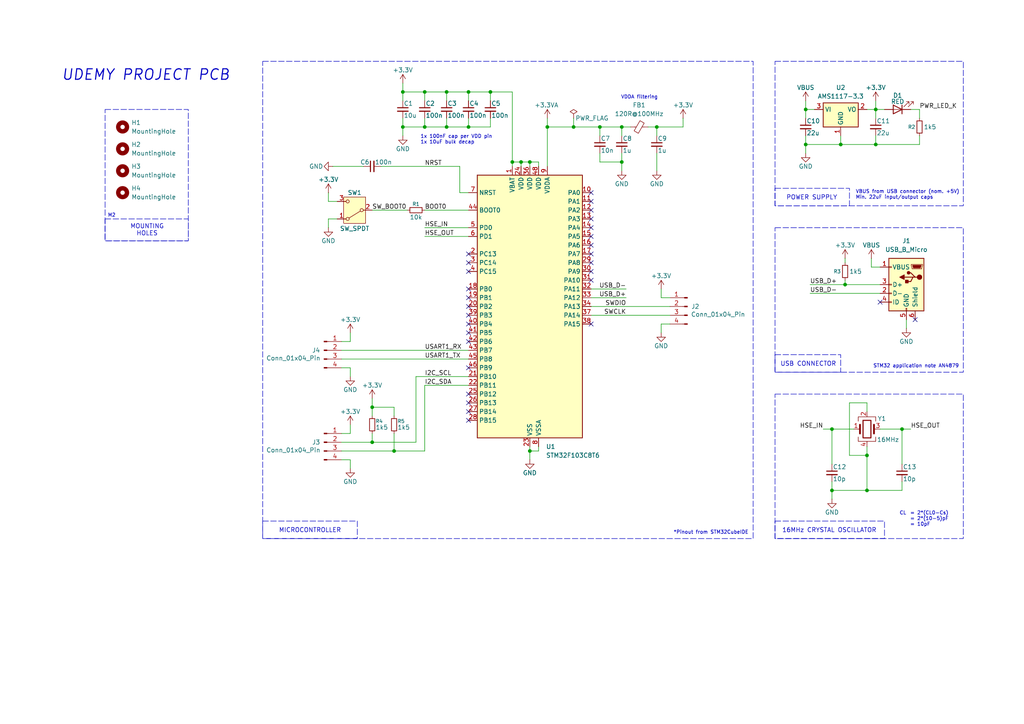
<source format=kicad_sch>
(kicad_sch (version 20250114) (generator "eeschema") (generator_version "9.0")
  (paper "A4")
  (title_block (title "UDEMY PROJECT PCB") (date "11/4/2025") (rev "0.1") (company "redjoj"))
  (lib_symbols
    (symbol "Connector:Conn_01x04_Pin" (pin_names (offset 1.016) (hide yes))
      (property "Reference" "J" (at 0 5.08 0))
      (property "Value" "Conn_01x04_Pin" (at 0 -7.62 0))
      (symbol "Conn_01x04_Pin_1_1"
        (rectangle (start 0.8636 2.667) (end 0 2.413) (stroke (width 0.1524)) (fill (type outline)))
        (rectangle (start 0.8636 0.127) (end 0 -0.127) (stroke (width 0.1524)) (fill (type outline)))
        (rectangle (start 0.8636 -2.413) (end 0 -2.667) (stroke (width 0.1524)) (fill (type outline)))
        (rectangle (start 0.8636 -4.953) (end 0 -5.207) (stroke (width 0.1524)) (fill (type outline)))
        (polyline (pts (xy 1.27 2.54) (xy 0.8636 2.54)) (stroke (width 0.1524)))
        (polyline (pts (xy 1.27 0) (xy 0.8636 0)) (stroke (width 0.1524)))
        (polyline (pts (xy 1.27 -2.54) (xy 0.8636 -2.54)) (stroke (width 0.1524)))
        (polyline (pts (xy 1.27 -5.08) (xy 0.8636 -5.08)) (stroke (width 0.1524)))
        (pin passive line (at 5.08 2.54 180) (length 3.81) (name "Pin_1") (number "1"))
        (pin passive line (at 5.08 0 180) (length 3.81) (name "Pin_2") (number "2"))
        (pin passive line (at 5.08 -2.54 180) (length 3.81) (name "Pin_3") (number "3"))
        (pin passive line (at 5.08 -5.08 180) (length 3.81) (name "Pin_4") (number "4"))
      )
    )
    (symbol "Connector:USB_B_Micro" (pin_names (offset 1.016))
      (property "Reference" "J" (at -5.08 11.43 0))
      (property "Value" "USB_B_Micro" (at -5.08 8.89 0))
      (symbol "USB_B_Micro_0_1"
        (rectangle (start -5.08 -7.62) (end 5.08 7.62) (stroke (width 0.254)) (fill (type background)))
        (polyline (pts (xy -4.699 5.842) (xy -4.699 5.588) (xy -4.445 4.826) (xy -4.445 4.572) (xy -1.651 4.572) (xy -1.651 4.826) (xy -1.397 5.588) (xy -1.397 5.842) (xy -4.699 5.842)))
        (polyline (pts (xy -4.318 5.588) (xy -1.778 5.588) (xy -2.032 4.826) (xy -4.064 4.826) (xy -4.318 5.588)) (fill (type outline)))
        (circle (center -3.81 2.159) (radius 0.635) (stroke (width 0.254)) (fill (type outline)))
        (polyline (pts (xy -3.175 2.159) (xy -2.54 2.159) (xy -1.27 3.429) (xy -0.635 3.429)) (stroke (width 0.254)))
        (polyline (pts (xy -2.54 2.159) (xy -1.905 2.159) (xy -1.27 0.889) (xy 0 0.889)) (stroke (width 0.254)))
        (polyline (pts (xy -1.905 2.159) (xy 0.635 2.159)) (stroke (width 0.254)))
        (circle (center -0.635 3.429) (radius 0.381) (stroke (width 0.254)) (fill (type outline)))
        (rectangle (start -0.127 -7.62) (end 0.127 -6.858))
        (rectangle (start 0.254 1.27) (end -0.508 0.508) (stroke (width 0.254)) (fill (type outline)))
        (polyline (pts (xy 0.635 2.794) (xy 0.635 1.524) (xy 1.905 2.159) (xy 0.635 2.794)) (stroke (width 0.254)) (fill (type outline)))
        (rectangle (start 5.08 4.953) (end 4.318 5.207))
        (rectangle (start 5.08 -0.127) (end 4.318 0.127))
        (rectangle (start 5.08 -2.667) (end 4.318 -2.413))
        (rectangle (start 5.08 -5.207) (end 4.318 -4.953))
      )
      (symbol "USB_B_Micro_1_1"
        (pin passive line (at -2.54 -10.16 90) (length 2.54) (name "Shield") (number "6"))
        (pin power_out line (at 0 -10.16 90) (length 2.54) (name "GND") (number "5"))
        (pin power_out line (at 7.62 5.08 180) (length 2.54) (name "VBUS") (number "1"))
        (pin bidirectional line (at 7.62 0 180) (length 2.54) (name "D+") (number "3"))
        (pin bidirectional line (at 7.62 -2.54 180) (length 2.54) (name "D-") (number "2"))
        (pin passive line (at 7.62 -5.08 180) (length 2.54) (name "ID") (number "4"))
      )
    )
    (symbol "Device:C_Small" (pin_numbers (hide yes)) (pin_names (offset 0.254) (hide yes))
      (property "Reference" "C" (at 0.254 1.778 0))
      (property "Value" "C_Small" (at 0.254 -2.032 0))
      (symbol "C_Small_0_1"
        (polyline (pts (xy -1.524 0.508) (xy 1.524 0.508)) (stroke (width 0.3048)))
        (polyline (pts (xy -1.524 -0.508) (xy 1.524 -0.508)) (stroke (width 0.3302)))
      )
      (symbol "C_Small_1_1"
        (pin passive line (at 0 2.54 270) (length 2.032) (name "~") (number "1"))
        (pin passive line (at 0 -2.54 90) (length 2.032) (name "~") (number "2"))
      )
    )
    (symbol "Device:Crystal_GND24" (pin_names (offset 1.016) (hide yes))
      (property "Reference" "Y" (at 3.175 5.08 0))
      (property "Value" "Crystal_GND24" (at 3.175 3.175 0))
      (symbol "Crystal_GND24_0_1"
        (polyline (pts (xy -2.54 2.286) (xy -2.54 3.556) (xy 2.54 3.556) (xy 2.54 2.286)))
        (polyline (pts (xy -2.54 0) (xy -2.032 0)))
        (polyline (pts (xy -2.54 -2.286) (xy -2.54 -3.556) (xy 2.54 -3.556) (xy 2.54 -2.286)))
        (polyline (pts (xy -2.032 -1.27) (xy -2.032 1.27)) (stroke (width 0.508)))
        (rectangle (start -1.143 2.54) (end 1.143 -2.54) (stroke (width 0.3048)))
        (polyline (pts (xy 0 3.556) (xy 0 3.81)))
        (polyline (pts (xy 0 -3.81) (xy 0 -3.556)))
        (polyline (pts (xy 2.032 0) (xy 2.54 0)))
        (polyline (pts (xy 2.032 -1.27) (xy 2.032 1.27)) (stroke (width 0.508)))
      )
      (symbol "Crystal_GND24_1_1"
        (pin passive line (at -3.81 0 0) (length 1.27) (name "1") (number "1"))
        (pin passive line (at 0 5.08 270) (length 1.27) (name "2") (number "2"))
        (pin passive line (at 0 -5.08 90) (length 1.27) (name "4") (number "4"))
        (pin passive line (at 3.81 0 180) (length 1.27) (name "3") (number "3"))
      )
    )
    (symbol "Device:FerriteBead_Small" (pin_numbers (hide yes)) (pin_names (offset 0))
      (property "Reference" "FB" (at 1.905 1.27 0))
      (property "Value" "FerriteBead_Small" (at 1.905 -1.27 0))
      (symbol "FerriteBead_Small_0_1"
        (polyline (pts (xy -1.8288 0.2794) (xy -1.1176 1.4986) (xy 1.8288 -0.2032) (xy 1.1176 -1.4224) (xy -1.8288 0.2794)))
        (polyline (pts (xy 0 0.889) (xy 0 1.2954)))
        (polyline (pts (xy 0 -1.27) (xy 0 -0.7874)))
      )
      (symbol "FerriteBead_Small_1_1"
        (pin passive line (at 0 2.54 270) (length 1.27) (name "~") (number "1"))
        (pin passive line (at 0 -2.54 90) (length 1.27) (name "~") (number "2"))
      )
    )
    (symbol "Device:LED" (pin_numbers (hide yes)) (pin_names (offset 1.016) (hide yes))
      (property "Reference" "D" (at 0 2.54 0))
      (property "Value" "LED" (at 0 -2.54 0))
      (symbol "LED_0_1"
        (polyline (pts (xy -3.048 -0.762) (xy -4.572 -2.286) (xy -3.81 -2.286) (xy -4.572 -2.286) (xy -4.572 -1.524)))
        (polyline (pts (xy -1.778 -0.762) (xy -3.302 -2.286) (xy -2.54 -2.286) (xy -3.302 -2.286) (xy -3.302 -1.524)))
        (polyline (pts (xy -1.27 0) (xy 1.27 0)))
        (polyline (pts (xy -1.27 -1.27) (xy -1.27 1.27)) (stroke (width 0.254)))
        (polyline (pts (xy 1.27 -1.27) (xy 1.27 1.27) (xy -1.27 0) (xy 1.27 -1.27)) (stroke (width 0.254)))
      )
      (symbol "LED_1_1"
        (pin passive line (at -3.81 0 0) (length 2.54) (name "K") (number "1"))
        (pin passive line (at 3.81 0 180) (length 2.54) (name "A") (number "2"))
      )
    )
    (symbol "Device:R_Small" (pin_numbers (hide yes)) (pin_names (offset 0.254) (hide yes))
      (property "Reference" "R" (at 0 0 90))
      (property "Value" "R_Small" (at 1.778 0 90))
      (symbol "R_Small_0_1"
        (rectangle (start -0.762 1.778) (end 0.762 -1.778) (stroke (width 0.2032)))
      )
      (symbol "R_Small_1_1"
        (pin passive line (at 0 2.54 270) (length 0.762) (name "~") (number "1"))
        (pin passive line (at 0 -2.54 90) (length 0.762) (name "~") (number "2"))
      )
    )
    (symbol "MCU_ST_STM32F1:STM32F103C8Tx"
      (property "Reference" "U" (at -15.24 39.37 0))
      (property "Value" "STM32F103C8Tx" (at 7.62 39.37 0))
      (symbol "STM32F103C8Tx_0_1"
        (rectangle (start -15.24 -38.1) (end 15.24 38.1) (stroke (width 0.254)) (fill (type background)))
      )
      (symbol "STM32F103C8Tx_1_1"
        (pin input line (at -17.78 33.02 0) (length 2.54) (name "NRST") (number "7"))
        (pin input line (at -17.78 27.94 0) (length 2.54) (name "BOOT0") (number "44"))
        (pin bidirectional line (at -17.78 22.86 0) (length 2.54) (name "PD0") (number "5"))
        (pin bidirectional line (at -17.78 20.32 0) (length 2.54) (name "PD1") (number "6"))
        (pin bidirectional line (at -17.78 15.24 0) (length 2.54) (name "PC13") (number "2"))
        (pin bidirectional line (at -17.78 12.7 0) (length 2.54) (name "PC14") (number "3"))
        (pin bidirectional line (at -17.78 10.16 0) (length 2.54) (name "PC15") (number "4"))
        (pin bidirectional line (at -17.78 5.08 0) (length 2.54) (name "PB0") (number "18"))
        (pin bidirectional line (at -17.78 2.54 0) (length 2.54) (name "PB1") (number "19"))
        (pin bidirectional line (at -17.78 0 0) (length 2.54) (name "PB2") (number "20"))
        (pin bidirectional line (at -17.78 -2.54 0) (length 2.54) (name "PB3") (number "39"))
        (pin bidirectional line (at -17.78 -5.08 0) (length 2.54) (name "PB4") (number "40"))
        (pin bidirectional line (at -17.78 -7.62 0) (length 2.54) (name "PB5") (number "41"))
        (pin bidirectional line (at -17.78 -10.16 0) (length 2.54) (name "PB6") (number "42"))
        (pin bidirectional line (at -17.78 -12.7 0) (length 2.54) (name "PB7") (number "43"))
        (pin bidirectional line (at -17.78 -15.24 0) (length 2.54) (name "PB8") (number "45"))
        (pin bidirectional line (at -17.78 -17.78 0) (length 2.54) (name "PB9") (number "46"))
        (pin bidirectional line (at -17.78 -20.32 0) (length 2.54) (name "PB10") (number "21"))
        (pin bidirectional line (at -17.78 -22.86 0) (length 2.54) (name "PB11") (number "22"))
        (pin bidirectional line (at -17.78 -25.4 0) (length 2.54) (name "PB12") (number "25"))
        (pin bidirectional line (at -17.78 -27.94 0) (length 2.54) (name "PB13") (number "26"))
        (pin bidirectional line (at -17.78 -30.48 0) (length 2.54) (name "PB14") (number "27"))
        (pin bidirectional line (at -17.78 -33.02 0) (length 2.54) (name "PB15") (number "28"))
        (pin power_in line (at -5.08 40.64 270) (length 2.54) (name "VBAT") (number "1"))
        (pin power_in line (at -2.54 40.64 270) (length 2.54) (name "VDD") (number "24"))
        (pin power_in line (at 0 40.64 270) (length 2.54) (name "VDD") (number "36"))
        (pin power_in line (at 0 -40.64 90) (length 2.54) (name "VSS") (number "23"))
        (pin passive line (at 0 -40.64 90) (length 2.54) (hide yes) (name "VSS") (number "35"))
        (pin passive line (at 0 -40.64 90) (length 2.54) (hide yes) (name "VSS") (number "47"))
        (pin power_in line (at 2.54 40.64 270) (length 2.54) (name "VDD") (number "48"))
        (pin power_in line (at 2.54 -40.64 90) (length 2.54) (name "VSSA") (number "8"))
        (pin power_in line (at 5.08 40.64 270) (length 2.54) (name "VDDA") (number "9"))
        (pin bidirectional line (at 17.78 33.02 180) (length 2.54) (name "PA0") (number "10"))
        (pin bidirectional line (at 17.78 30.48 180) (length 2.54) (name "PA1") (number "11"))
        (pin bidirectional line (at 17.78 27.94 180) (length 2.54) (name "PA2") (number "12"))
        (pin bidirectional line (at 17.78 25.4 180) (length 2.54) (name "PA3") (number "13"))
        (pin bidirectional line (at 17.78 22.86 180) (length 2.54) (name "PA4") (number "14"))
        (pin bidirectional line (at 17.78 20.32 180) (length 2.54) (name "PA5") (number "15"))
        (pin bidirectional line (at 17.78 17.78 180) (length 2.54) (name "PA6") (number "16"))
        (pin bidirectional line (at 17.78 15.24 180) (length 2.54) (name "PA7") (number "17"))
        (pin bidirectional line (at 17.78 12.7 180) (length 2.54) (name "PA8") (number "29"))
        (pin bidirectional line (at 17.78 10.16 180) (length 2.54) (name "PA9") (number "30"))
        (pin bidirectional line (at 17.78 7.62 180) (length 2.54) (name "PA10") (number "31"))
        (pin bidirectional line (at 17.78 5.08 180) (length 2.54) (name "PA11") (number "32"))
        (pin bidirectional line (at 17.78 2.54 180) (length 2.54) (name "PA12") (number "33"))
        (pin bidirectional line (at 17.78 0 180) (length 2.54) (name "PA13") (number "34"))
        (pin bidirectional line (at 17.78 -2.54 180) (length 2.54) (name "PA14") (number "37"))
        (pin bidirectional line (at 17.78 -5.08 180) (length 2.54) (name "PA15") (number "38"))
      )
    )
    (symbol "Mechanical:MountingHole" (pin_names (offset 1.016)) (in_bom no)
      (property "Reference" "H" (at 0 5.08 0))
      (property "Value" "MountingHole" (at 0 3.175 0))
      (symbol "MountingHole_0_1"
        (circle (center 0 0) (radius 1.27) (stroke (width 1.27)))
      )
    )
    (symbol "Regulator_Linear:AMS1117-3.3"
      (property "Reference" "U" (at -3.81 3.175 0))
      (property "Value" "AMS1117-3.3" (at 0 3.175 0))
      (symbol "AMS1117-3.3_0_1"
        (rectangle (start -5.08 -5.08) (end 5.08 1.905) (stroke (width 0.254)) (fill (type background)))
      )
      (symbol "AMS1117-3.3_1_1"
        (pin power_in line (at -7.62 0 0) (length 2.54) (name "VI") (number "3"))
        (pin power_in line (at 0 -7.62 90) (length 2.54) (name "GND") (number "1"))
        (pin power_out line (at 7.62 0 180) (length 2.54) (name "VO") (number "2"))
      )
    )
    (symbol "Switch:SW_SPDT" (pin_names (offset 0) (hide yes))
      (property "Reference" "SW" (at 0 5.08 0))
      (property "Value" "SW_SPDT" (at 0 -5.08 0))
      (symbol "SW_SPDT_0_1"
        (circle (center -2.032 0) (radius 0.4572))
        (polyline (pts (xy -1.651 0.254) (xy 1.651 2.286)))
        (circle (center 2.032 2.54) (radius 0.4572))
        (circle (center 2.032 -2.54) (radius 0.4572))
      )
      (symbol "SW_SPDT_1_1"
        (rectangle (start -3.175 3.81) (end 3.175 -3.81) (fill (type background)))
        (pin passive line (at -5.08 0 0) (length 2.54) (name "B") (number "2"))
        (pin passive line (at 5.08 2.54 180) (length 2.54) (name "A") (number "1"))
        (pin passive line (at 5.08 -2.54 180) (length 2.54) (name "C") (number "3"))
      )
    )
    (symbol "power:+3.3V" (power) (pin_numbers (hide yes)) (pin_names (offset 0) (hide yes))
      (property "Value" "+3.3V" (at 0 3.556 0))
      (symbol "+3.3V_0_1"
        (polyline (pts (xy -0.762 1.27) (xy 0 2.54)))
        (polyline (pts (xy 0 2.54) (xy 0.762 1.27)))
        (polyline (pts (xy 0 0) (xy 0 2.54)))
      )
      (symbol "+3.3V_1_1"
        (pin power_in line (at 0 0 90) (length 0) (name "~") (number "1"))
      )
    )
    (symbol "power:+3.3VA" (power) (pin_numbers (hide yes)) (pin_names (offset 0) (hide yes))
      (property "Value" "+3.3VA" (at 0 3.556 0))
      (symbol "+3.3VA_0_1"
        (polyline (pts (xy -0.762 1.27) (xy 0 2.54)))
        (polyline (pts (xy 0 2.54) (xy 0.762 1.27)))
        (polyline (pts (xy 0 0) (xy 0 2.54)))
      )
      (symbol "+3.3VA_1_1"
        (pin power_in line (at 0 0 90) (length 0) (name "~") (number "1"))
      )
    )
    (symbol "power:GND" (power) (pin_numbers (hide yes)) (pin_names (offset 0) (hide yes))
      (property "Value" "GND" (at 0 -3.81 0))
      (symbol "GND_0_1"
        (polyline (pts (xy 0 0) (xy 0 -1.27) (xy 1.27 -1.27) (xy 0 -2.54) (xy -1.27 -1.27) (xy 0 -1.27)))
      )
      (symbol "GND_1_1"
        (pin power_in line (at 0 0 270) (length 0) (name "~") (number "1"))
      )
    )
    (symbol "power:PWR_FLAG" (power) (pin_numbers (hide yes)) (pin_names (offset 0) (hide yes))
      (property "Value" "PWR_FLAG" (at 0 3.81 0))
      (symbol "PWR_FLAG_0_0"
        (pin power_out line (at 0 0 90) (length 0) (name "~") (number "1"))
      )
      (symbol "PWR_FLAG_0_1"
        (polyline (pts (xy 0 0) (xy 0 1.27) (xy -1.016 1.905) (xy 0 2.54) (xy 1.016 1.905) (xy 0 1.27)))
      )
    )
    (symbol "power:VBUS" (power) (pin_numbers (hide yes)) (pin_names (offset 0) (hide yes))
      (property "Value" "VBUS" (at 0 3.556 0))
      (symbol "VBUS_0_1"
        (polyline (pts (xy -0.762 1.27) (xy 0 2.54)))
        (polyline (pts (xy 0 2.54) (xy 0.762 1.27)))
        (polyline (pts (xy 0 0) (xy 0 2.54)))
      )
      (symbol "VBUS_1_1"
        (pin power_in line (at 0 0 90) (length 0) (name "~") (number "1"))
      )
    )
  )
  (rectangle (start 224.79 17.78) (end 279.4 59.69) (stroke (width 0) (type dash)))
  (rectangle (start 76.2 17.78) (end 218.44 156.21) (stroke (width 0) (type dash)))
  (rectangle (start 224.79 54.61) (end 246.38 59.69) (stroke (width 0) (type dash)))
  (rectangle (start 224.79 102.87) (end 243.84 107.95) (stroke (width 0) (type dash)))
  (rectangle (start 76.2 151.13) (end 103.632 156.21) (stroke (width 0) (type dash)))
  (rectangle (start 224.79 151.13) (end 256.54 156.21) (stroke (width 0) (type dash)))
  (rectangle (start 224.79 66.04) (end 279.4 107.95) (stroke (width 0) (type dash)))
  (rectangle (start 224.79 114.3) (end 279.4 156.21) (stroke (width 0) (type dash)))
  (rectangle (start 30.48 63.5) (end 54.61 69.85) (stroke (width 0) (type dash)))
  (rectangle (start 30.48 31.75) (end 54.61 69.85) (stroke (width 0) (type dash)))
  (text "UDEMY PROJECT PCB" (at 17.78 20.066 0) (effects (font (size 3.048 3.048) (thickness 0.3175) (italic yes)) (justify left top)))
  (text "VBUS from USB connector (nom. +5V)\nMin. 22uF input/output caps" (at 248.158 55.118 0) (effects (font (size 1.016 1.016)) (justify left top)))
  (text "1x 100nF cap per VDD pin\n1x 10uF bulk decap" (at 121.92 39.116 0) (effects (font (size 1.016 1.016)) (justify left top)))
  (text "USB CONNECTOR" (at 234.442 105.664 0) (effects (font (size 1.27 1.27))))
  (text "MICROCONTROLLER" (at 89.916 153.924 0) (effects (font (size 1.27 1.27))))
  (text "VDDA filtering\n" (at 180.086 27.686 0) (effects (font (size 1.016 1.016)) (justify left top)))
  (text "M2" (at 31.242 61.976 0) (effects (font (size 1.016 1.016)) (justify left top)))
  (text "*Pinout from STM32CubeIDE" (at 195.326 153.924 0) (effects (font (size 1.016 1.016)) (justify left top)))
  (text " CL	= 2*(CL0-Cs)\n	= 2*(10-5)pF\n	= 10pF" (at 260.096 148.336 0) (effects (font (size 1.016 1.016)) (justify left top)))
  (text "MOUNTING\nHOLES" (at 42.672 66.802 0) (effects (font (size 1.27 1.27))))
  (text "POWER SUPPLY\n" (at 235.458 57.404 0) (effects (font (size 1.27 1.27))))
  (text "16MHz CRYSTAL OSCILLATOR" (at 240.538 153.924 0) (effects (font (size 1.27 1.27))))
  (text "STM32 application note AN4879" (at 253.238 105.664 0) (effects (font (size 1.016 1.016)) (justify left top)))
  (junction (at 107.95 118.11))
  (junction (at 129.54 26.67))
  (junction (at 180.34 46.99))
  (junction (at 153.67 130.81))
  (junction (at 116.84 26.67))
  (junction (at 135.89 36.83))
  (junction (at 107.95 128.27))
  (junction (at 142.24 26.67))
  (junction (at 190.5 36.83))
  (junction (at 241.3 142.24))
  (junction (at 180.34 36.83))
  (junction (at 116.84 36.83))
  (junction (at 173.99 36.83))
  (junction (at 243.84 41.91))
  (junction (at 114.3 130.81))
  (junction (at 158.75 36.83))
  (junction (at 251.46 142.24))
  (junction (at 233.68 41.91))
  (junction (at 245.11 82.55))
  (junction (at 135.89 26.67))
  (junction (at 233.68 31.75))
  (junction (at 254 41.91))
  (junction (at 151.13 46.99))
  (junction (at 129.54 36.83))
  (junction (at 251.46 132.08))
  (junction (at 123.19 26.67))
  (junction (at 148.59 46.99))
  (junction (at 254 31.75))
  (junction (at 166.37 36.83))
  (junction (at 241.3 124.46))
  (junction (at 153.67 46.99))
  (junction (at 261.62 124.46))
  (junction (at 123.19 36.83))
  (no_connect (at 171.45 55.88))
  (no_connect (at 135.89 121.92))
  (no_connect (at 135.89 99.06))
  (no_connect (at 135.89 73.66))
  (no_connect (at 135.89 93.98))
  (no_connect (at 265.43 92.71))
  (no_connect (at 135.89 106.68))
  (no_connect (at 135.89 96.52))
  (no_connect (at 171.45 68.58))
  (no_connect (at 135.89 114.3))
  (no_connect (at 171.45 76.2))
  (no_connect (at 255.27 87.63))
  (no_connect (at 171.45 60.96))
  (no_connect (at 171.45 78.74))
  (no_connect (at 171.45 73.66))
  (no_connect (at 135.89 78.74))
  (no_connect (at 135.89 91.44))
  (no_connect (at 171.45 63.5))
  (no_connect (at 171.45 71.12))
  (no_connect (at 135.89 83.82))
  (no_connect (at 135.89 116.84))
  (no_connect (at 135.89 119.38))
  (no_connect (at 135.89 88.9))
  (no_connect (at 135.89 86.36))
  (no_connect (at 171.45 93.98))
  (no_connect (at 171.45 66.04))
  (no_connect (at 171.45 58.42))
  (no_connect (at 171.45 81.28))
  (no_connect (at 135.89 76.2))
  (wire (pts (xy 107.95 60.96) (xy 118.11 60.96)))
  (wire (pts (xy 245.11 74.93) (xy 245.11 76.2)))
  (wire (pts (xy 135.89 36.83) (xy 142.24 36.83)))
  (wire (pts (xy 153.67 130.81) (xy 156.21 130.81)))
  (wire (pts (xy 123.19 111.76) (xy 135.89 111.76)))
  (wire (pts (xy 95.25 66.04) (xy 95.25 63.5)))
  (wire (pts (xy 252.73 77.47) (xy 255.27 77.47)))
  (wire (pts (xy 123.19 26.67) (xy 129.54 26.67)))
  (wire (pts (xy 243.84 41.91) (xy 254 41.91)))
  (wire (pts (xy 116.84 29.21) (xy 116.84 26.67)))
  (wire (pts (xy 153.67 46.99) (xy 156.21 46.99)))
  (wire (pts (xy 156.21 46.99) (xy 156.21 48.26)))
  (wire (pts (xy 198.12 36.83) (xy 198.12 34.29)))
  (wire (pts (xy 123.19 111.76) (xy 123.19 130.81)))
  (wire (pts (xy 251.46 142.24) (xy 261.62 142.24)))
  (wire (pts (xy 252.73 74.93) (xy 252.73 77.47)))
  (wire (pts (xy 233.68 41.91) (xy 233.68 44.45)))
  (wire (pts (xy 151.13 46.99) (xy 153.67 46.99)))
  (wire (pts (xy 123.19 68.58) (xy 135.89 68.58)))
  (wire (pts (xy 233.68 41.91) (xy 243.84 41.91)))
  (wire (pts (xy 251.46 31.75) (xy 254 31.75)))
  (wire (pts (xy 101.6 125.73) (xy 99.06 125.73)))
  (wire (pts (xy 101.6 135.89) (xy 101.6 133.35)))
  (wire (pts (xy 254 41.91) (xy 254 39.37)))
  (wire (pts (xy 116.84 36.83) (xy 123.19 36.83)))
  (wire (pts (xy 120.65 128.27) (xy 107.95 128.27)))
  (wire (pts (xy 101.6 96.52) (xy 101.6 99.06)))
  (wire (pts (xy 148.59 46.99) (xy 151.13 46.99)))
  (wire (pts (xy 135.89 34.29) (xy 135.89 36.83)))
  (wire (pts (xy 135.89 26.67) (xy 129.54 26.67)))
  (wire (pts (xy 166.37 36.83) (xy 173.99 36.83)))
  (wire (pts (xy 266.7 41.91) (xy 266.7 39.37)))
  (wire (pts (xy 148.59 46.99) (xy 148.59 48.26)))
  (wire (pts (xy 233.68 31.75) (xy 233.68 34.29)))
  (wire (pts (xy 101.6 133.35) (xy 99.06 133.35)))
  (wire (pts (xy 261.62 124.46) (xy 261.62 134.62)))
  (wire (pts (xy 180.34 46.99) (xy 180.34 49.53)))
  (wire (pts (xy 148.59 26.67) (xy 148.59 46.99)))
  (wire (pts (xy 233.68 29.21) (xy 233.68 31.75)))
  (wire (pts (xy 95.25 58.42) (xy 97.79 58.42)))
  (wire (pts (xy 116.84 34.29) (xy 116.84 36.83)))
  (wire (pts (xy 110.49 48.26) (xy 133.35 48.26)))
  (wire (pts (xy 190.5 36.83) (xy 190.5 39.37)))
  (wire (pts (xy 261.62 124.46) (xy 264.16 124.46)))
  (wire (pts (xy 173.99 46.99) (xy 180.34 46.99)))
  (wire (pts (xy 254 31.75) (xy 254 34.29)))
  (wire (pts (xy 245.11 82.55) (xy 255.27 82.55)))
  (wire (pts (xy 107.95 115.57) (xy 107.95 118.11)))
  (wire (pts (xy 153.67 46.99) (xy 153.67 48.26)))
  (wire (pts (xy 246.38 132.08) (xy 251.46 132.08)))
  (wire (pts (xy 114.3 130.81) (xy 99.06 130.81)))
  (wire (pts (xy 251.46 119.38) (xy 251.46 116.84)))
  (wire (pts (xy 171.45 86.36) (xy 181.61 86.36)))
  (wire (pts (xy 261.62 139.7) (xy 261.62 142.24)))
  (wire (pts (xy 120.65 109.22) (xy 135.89 109.22)))
  (wire (pts (xy 191.77 93.98) (xy 194.31 93.98)))
  (wire (pts (xy 135.89 26.67) (xy 142.24 26.67)))
  (wire (pts (xy 129.54 26.67) (xy 129.54 29.21)))
  (wire (pts (xy 153.67 130.81) (xy 153.67 133.35)))
  (wire (pts (xy 171.45 91.44) (xy 194.31 91.44)))
  (wire (pts (xy 241.3 124.46) (xy 241.3 134.62)))
  (wire (pts (xy 116.84 24.13) (xy 116.84 26.67)))
  (wire (pts (xy 107.95 118.11) (xy 114.3 118.11)))
  (wire (pts (xy 101.6 123.19) (xy 101.6 125.73)))
  (wire (pts (xy 190.5 36.83) (xy 198.12 36.83)))
  (wire (pts (xy 251.46 132.08) (xy 251.46 129.54)))
  (wire (pts (xy 173.99 36.83) (xy 180.34 36.83)))
  (wire (pts (xy 95.25 55.88) (xy 95.25 58.42)))
  (wire (pts (xy 107.95 118.11) (xy 107.95 120.65)))
  (wire (pts (xy 123.19 36.83) (xy 129.54 36.83)))
  (wire (pts (xy 101.6 99.06) (xy 99.06 99.06)))
  (wire (pts (xy 96.52 48.26) (xy 105.41 48.26)))
  (wire (pts (xy 142.24 26.67) (xy 142.24 29.21)))
  (wire (pts (xy 171.45 83.82) (xy 181.61 83.82)))
  (wire (pts (xy 241.3 142.24) (xy 251.46 142.24)))
  (wire (pts (xy 114.3 125.73) (xy 114.3 130.81)))
  (wire (pts (xy 133.35 55.88) (xy 135.89 55.88)))
  (wire (pts (xy 158.75 36.83) (xy 158.75 48.26)))
  (wire (pts (xy 241.3 124.46) (xy 247.65 124.46)))
  (wire (pts (xy 254 41.91) (xy 266.7 41.91)))
  (wire (pts (xy 107.95 128.27) (xy 99.06 128.27)))
  (wire (pts (xy 191.77 86.36) (xy 194.31 86.36)))
  (wire (pts (xy 246.38 116.84) (xy 246.38 132.08)))
  (wire (pts (xy 95.25 63.5) (xy 97.79 63.5)))
  (wire (pts (xy 123.19 34.29) (xy 123.19 36.83)))
  (wire (pts (xy 116.84 36.83) (xy 116.84 39.37)))
  (wire (pts (xy 151.13 46.99) (xy 151.13 48.26)))
  (wire (pts (xy 233.68 39.37) (xy 233.68 41.91)))
  (wire (pts (xy 254 29.21) (xy 254 31.75)))
  (wire (pts (xy 123.19 26.67) (xy 116.84 26.67)))
  (wire (pts (xy 254 31.75) (xy 256.54 31.75)))
  (wire (pts (xy 236.22 31.75) (xy 233.68 31.75)))
  (wire (pts (xy 245.11 81.28) (xy 245.11 82.55)))
  (wire (pts (xy 191.77 96.52) (xy 191.77 93.98)))
  (wire (pts (xy 191.77 83.82) (xy 191.77 86.36)))
  (wire (pts (xy 101.6 109.22) (xy 101.6 106.68)))
  (wire (pts (xy 107.95 125.73) (xy 107.95 128.27)))
  (wire (pts (xy 158.75 34.29) (xy 158.75 36.83)))
  (wire (pts (xy 264.16 31.75) (xy 266.7 31.75)))
  (wire (pts (xy 153.67 129.54) (xy 153.67 130.81)))
  (wire (pts (xy 255.27 124.46) (xy 261.62 124.46)))
  (wire (pts (xy 241.3 139.7) (xy 241.3 142.24)))
  (wire (pts (xy 251.46 132.08) (xy 251.46 142.24)))
  (wire (pts (xy 99.06 101.6) (xy 135.89 101.6)))
  (wire (pts (xy 114.3 118.11) (xy 114.3 120.65)))
  (wire (pts (xy 142.24 36.83) (xy 142.24 34.29)))
  (wire (pts (xy 180.34 36.83) (xy 180.34 39.37)))
  (wire (pts (xy 101.6 106.68) (xy 99.06 106.68)))
  (wire (pts (xy 173.99 36.83) (xy 173.99 39.37)))
  (wire (pts (xy 135.89 26.67) (xy 135.89 29.21)))
  (wire (pts (xy 234.95 82.55) (xy 245.11 82.55)))
  (wire (pts (xy 234.95 85.09) (xy 255.27 85.09)))
  (wire (pts (xy 123.19 66.04) (xy 135.89 66.04)))
  (wire (pts (xy 180.34 36.83) (xy 182.88 36.83)))
  (wire (pts (xy 129.54 34.29) (xy 129.54 36.83)))
  (wire (pts (xy 241.3 142.24) (xy 241.3 144.78)))
  (wire (pts (xy 133.35 48.26) (xy 133.35 55.88)))
  (wire (pts (xy 251.46 116.84) (xy 246.38 116.84)))
  (wire (pts (xy 173.99 44.45) (xy 173.99 46.99)))
  (wire (pts (xy 120.65 109.22) (xy 120.65 128.27)))
  (wire (pts (xy 158.75 36.83) (xy 166.37 36.83)))
  (wire (pts (xy 166.37 34.29) (xy 166.37 36.83)))
  (wire (pts (xy 171.45 88.9) (xy 194.31 88.9)))
  (wire (pts (xy 123.19 130.81) (xy 114.3 130.81)))
  (wire (pts (xy 262.89 92.71) (xy 262.89 95.25)))
  (wire (pts (xy 266.7 31.75) (xy 266.7 34.29)))
  (wire (pts (xy 129.54 36.83) (xy 135.89 36.83)))
  (wire (pts (xy 238.76 124.46) (xy 241.3 124.46)))
  (wire (pts (xy 142.24 26.67) (xy 148.59 26.67)))
  (wire (pts (xy 123.19 26.67) (xy 123.19 29.21)))
  (wire (pts (xy 99.06 104.14) (xy 135.89 104.14)))
  (wire (pts (xy 180.34 46.99) (xy 180.34 44.45)))
  (wire (pts (xy 243.84 39.37) (xy 243.84 41.91)))
  (wire (pts (xy 123.19 60.96) (xy 135.89 60.96)))
  (wire (pts (xy 187.96 36.83) (xy 190.5 36.83)))
  (wire (pts (xy 190.5 44.45) (xy 190.5 49.53)))
  (wire (pts (xy 156.21 129.54) (xy 156.21 130.81)))
  (label "HSE_OUT" (at 264.16 124.46 0))
  (label "NRST" (at 123.19 48.26 0))
  (label "I2C_SCL" (at 123.19 109.22 0))
  (label "USB_D-" (at 181.61 83.82 180))
  (label "HSE_IN" (at 123.19 66.04 0))
  (label "USB_D+" (at 234.95 82.55 0))
  (label "USART1_TX" (at 123.19 104.14 0))
  (label "SW_BOOT0" (at 107.95 60.96 0))
  (label "USB_D+" (at 181.61 86.36 180))
  (label "USART1_RX" (at 123.19 101.6 0))
  (label "PWR_LED_K" (at 266.7 31.75 0))
  (label "HSE_IN" (at 238.76 124.46 180))
  (label "BOOT0" (at 123.19 60.96 0))
  (label "I2C_SDA" (at 123.19 111.76 0))
  (label "HSE_OUT" (at 123.19 68.58 0))
  (label "SWDIO" (at 181.61 88.9 180))
  (label "SWCLK" (at 181.61 91.44 180))
  (label "USB_D-" (at 234.95 85.09 0))
  (symbol (lib_id "MCU_ST_STM32F1:STM32F103C8Tx") (at 153.67 88.9 0) (unit 1)
    (property "Reference" "U1" (at 158.3533 129.54 0) (effects (justify left)))
    (property "Value" "STM32F103C8T6" (at 158.3533 132.08 0) (effects (justify left)))
    (property "Footprint" "Package_QFP:LQFP-48_7x7mm_P0.5mm" (effects (hide yes)))
    (property "Datasheet" "https://www.st.com/resource/en/datasheet/stm32f103c8.pdf" (effects (hide yes)))
    (property "Description" "STMicroelectronics Arm Cortex-M3 MCU, 64KB flash, 20KB RAM, 72 MHz, 2.0-3.6V, 37 GPIO, LQFP48" (effects (hide yes)))
  )
  (symbol (lib_id "Mechanical:MountingHole") (at 35.56 49.53 0) (unit 1) (in_bom no)
    (property "Reference" "H3" (at 38.1 48.2599 0) (effects (justify left)))
    (property "Value" "MountingHole" (at 38.1 50.7999 0) (effects (justify left)))
    (property "Footprint" "MountingHole:MountingHole_2.2mm_M2" (effects (hide yes)))
    (property "Description" "Mounting Hole without connection" (effects (hide yes)))
  )
  (symbol (lib_id "Device:C_Small") (at 142.24 31.75 0) (unit 1)
    (property "Reference" "C5" (at 142.494 30.734 0) (effects (justify left bottom)))
    (property "Value" "100n" (at 142.494 32.766 0) (effects (justify left top)))
    (property "Footprint" "Capacitor_SMD:C_0402_1005Metric" (effects (hide yes)))
    (property "Description" "Unpolarized capacitor, small symbol" (effects (hide yes)))
  )
  (symbol (lib_id "Connector:Conn_01x04_Pin") (at 199.39 88.9 0) (mirror y) (unit 1)
    (property "Reference" "J2" (at 201.676 88.9 0))
    (property "Value" "Conn_01x04_Pin" (at 208.28 91.186 0))
    (property "Footprint" "Connector_PinHeader_2.54mm:PinHeader_1x04_P2.54mm_Vertical" (effects (hide yes)))
    (property "Description" "Generic connector, single row, 01x04, script generated" (effects (hide yes)))
  )
  (symbol (lib_id "Device:C_Small") (at 116.84 31.75 0) (unit 1)
    (property "Reference" "C1" (at 117.094 30.734 0) (effects (justify left bottom)))
    (property "Value" "10u" (at 117.094 32.766 0) (effects (justify left top)))
    (property "Footprint" "Capacitor_SMD:C_0603_1608Metric" (effects (hide yes)))
    (property "Description" "Unpolarized capacitor, small symbol" (effects (hide yes)))
  )
  (symbol (lib_id "Device:R_Small") (at 107.95 123.19 180) (unit 1)
    (property "Reference" "R4" (at 109.982 122.174 0) (effects (font (size 1.016 1.016))))
    (property "Value" "1k5" (at 110.744 123.952 0))
    (property "Footprint" "Resistor_SMD:R_0402_1005Metric" (effects (hide yes)))
    (property "Description" "Resistor, small symbol" (effects (hide yes)))
  )
  (symbol (lib_id "power:+3.3V") (at 101.6 123.19 0) (mirror y) (unit 1)
    (property "Reference" "#PWR022" (effects (hide yes)))
    (property "Value" "+3.3V" (at 101.6 119.38 0))
    (property "Description" "Power symbol creates a global label with name \"+3.3V\"" (effects (hide yes)))
  )
  (symbol (lib_id "Mechanical:MountingHole") (at 35.56 43.18 0) (unit 1) (in_bom no)
    (property "Reference" "H2" (at 38.1 41.9099 0) (effects (justify left)))
    (property "Value" "MountingHole" (at 38.1 44.4499 0) (effects (justify left)))
    (property "Footprint" "MountingHole:MountingHole_2.2mm_M2" (effects (hide yes)))
    (property "Description" "Mounting Hole without connection" (effects (hide yes)))
  )
  (symbol (lib_id "Device:C_Small") (at 135.89 31.75 0) (unit 1)
    (property "Reference" "C4" (at 136.144 30.734 0) (effects (justify left bottom)))
    (property "Value" "100n" (at 136.144 32.766 0) (effects (justify left top)))
    (property "Footprint" "Capacitor_SMD:C_0402_1005Metric" (effects (hide yes)))
    (property "Description" "Unpolarized capacitor, small symbol" (effects (hide yes)))
  )
  (symbol (lib_id "power:+3.3V") (at 198.12 34.29 0) (unit 1)
    (property "Reference" "#PWR07" (effects (hide yes)))
    (property "Value" "+3.3V" (at 198.12 30.48 0))
    (property "Description" "Power symbol creates a global label with name \"+3.3V\"" (effects (hide yes)))
  )
  (symbol (lib_id "power:+3.3V") (at 191.77 83.82 0) (unit 1)
    (property "Reference" "#PWR015" (effects (hide yes)))
    (property "Value" "+3.3V" (at 191.77 80.01 0))
    (property "Description" "Power symbol creates a global label with name \"+3.3V\"" (effects (hide yes)))
  )
  (symbol (lib_id "power:VBUS") (at 233.68 29.21 0) (unit 1)
    (property "Reference" "#PWR017" (effects (hide yes)))
    (property "Value" "VBUS" (at 233.68 25.4 0))
    (property "Description" "Power symbol creates a global label with name \"VBUS\"" (effects (hide yes)))
  )
  (symbol (lib_id "Device:C_Small") (at 173.99 41.91 0) (unit 1)
    (property "Reference" "C7" (at 174.244 40.894 0) (effects (justify left bottom)))
    (property "Value" "10n" (at 174.244 42.926 0) (effects (justify left top)))
    (property "Footprint" "Capacitor_SMD:C_0402_1005Metric" (effects (hide yes)))
    (property "Description" "Unpolarized capacitor, small symbol" (effects (hide yes)))
  )
  (symbol (lib_id "power:PWR_FLAG") (at 166.37 34.29 0) (unit 1)
    (property "Reference" "#FLG01" (effects (hide yes)))
    (property "Value" "PWR_FLAG" (at 171.704 34.29 0))
    (property "Description" "Special symbol for telling ERC where power comes from" (effects (hide yes)))
  )
  (symbol (lib_id "Regulator_Linear:AMS1117-3.3") (at 243.84 31.75 0) (unit 1)
    (property "Reference" "U2" (at 243.84 25.4 0))
    (property "Value" "AMS1117-3.3" (at 243.84 27.94 0))
    (property "Footprint" "Package_TO_SOT_SMD:SOT-223-3_TabPin2" (effects (hide yes)))
    (property "Datasheet" "http://www.advanced-monolithic.com/pdf/ds1117.pdf" (effects (hide yes)))
    (property "Description" "1A Low Dropout regulator, positive, 3.3V fixed output, SOT-223" (effects (hide yes)))
  )
  (symbol (lib_id "power:+3.3V") (at 107.95 115.57 0) (mirror y) (unit 1)
    (property "Reference" "#PWR024" (effects (hide yes)))
    (property "Value" "+3.3V" (at 107.95 111.76 0))
    (property "Description" "Power symbol creates a global label with name \"+3.3V\"" (effects (hide yes)))
  )
  (symbol (lib_id "Connector:Conn_01x04_Pin") (at 93.98 128.27 0) (unit 1)
    (property "Reference" "J3" (at 91.694 128.27 0))
    (property "Value" "Conn_01x04_Pin" (at 85.09 130.556 0))
    (property "Footprint" "Connector_PinHeader_2.54mm:PinHeader_1x04_P2.54mm_Vertical" (effects (hide yes)))
    (property "Description" "Generic connector, single row, 01x04, script generated" (effects (hide yes)))
  )
  (symbol (lib_id "Mechanical:MountingHole") (at 35.56 36.83 0) (unit 1) (in_bom no)
    (property "Reference" "H1" (at 38.1 35.5599 0) (effects (justify left)))
    (property "Value" "MountingHole" (at 38.1 38.0999 0) (effects (justify left)))
    (property "Footprint" "MountingHole:MountingHole_2.2mm_M2" (effects (hide yes)))
    (property "Description" "Mounting Hole without connection" (effects (hide yes)))
  )
  (symbol (lib_id "power:GND") (at 190.5 49.53 0) (unit 1)
    (property "Reference" "#PWR06" (effects (hide yes)))
    (property "Value" "GND" (at 190.5 53.34 0))
    (property "Description" "Power symbol creates a global label with name \"GND\" , ground" (effects (hide yes)))
  )
  (symbol (lib_id "Device:C_Small") (at 254 36.83 0) (unit 1)
    (property "Reference" "C11" (at 254.254 35.814 0) (effects (justify left bottom)))
    (property "Value" "22u" (at 254.254 37.846 0) (effects (justify left top)))
    (property "Footprint" "Capacitor_SMD:C_0805_2012Metric" (effects (hide yes)))
    (property "Description" "Unpolarized capacitor, small symbol" (effects (hide yes)))
  )
  (symbol (lib_id "power:GND") (at 101.6 135.89 0) (mirror y) (unit 1)
    (property "Reference" "#PWR023" (effects (hide yes)))
    (property "Value" "GND" (at 101.6 139.7 0))
    (property "Description" "Power symbol creates a global label with name \"GND\" , ground" (effects (hide yes)))
  )
  (symbol (lib_id "Device:C_Small") (at 241.3 137.16 0) (unit 1)
    (property "Reference" "C12" (at 241.554 136.144 0) (effects (justify left bottom)))
    (property "Value" "10p" (at 241.554 138.176 0) (effects (justify left top)))
    (property "Footprint" "Capacitor_SMD:C_0402_1005Metric" (effects (hide yes)))
    (property "Description" "Unpolarized capacitor, small symbol" (effects (hide yes)))
  )
  (symbol (lib_id "Connector:Conn_01x04_Pin") (at 93.98 101.6 0) (unit 1)
    (property "Reference" "J4" (at 91.694 101.6 0))
    (property "Value" "Conn_01x04_Pin" (at 85.09 103.886 0))
    (property "Footprint" "Connector_PinHeader_2.54mm:PinHeader_1x04_P2.54mm_Vertical" (effects (hide yes)))
    (property "Description" "Generic connector, single row, 01x04, script generated" (effects (hide yes)))
  )
  (symbol (lib_id "power:GND") (at 262.89 95.25 0) (unit 1)
    (property "Reference" "#PWR012" (effects (hide yes)))
    (property "Value" "GND" (at 262.89 99.06 0))
    (property "Description" "Power symbol creates a global label with name \"GND\" , ground" (effects (hide yes)))
  )
  (symbol (lib_id "power:+3.3V") (at 101.6 96.52 0) (mirror y) (unit 1)
    (property "Reference" "#PWR020" (effects (hide yes)))
    (property "Value" "+3.3V" (at 101.6 92.71 0))
    (property "Description" "Power symbol creates a global label with name \"+3.3V\"" (effects (hide yes)))
  )
  (symbol (lib_id "Device:R_Small") (at 114.3 123.19 180) (unit 1)
    (property "Reference" "R5" (at 116.332 122.174 0) (effects (font (size 1.016 1.016))))
    (property "Value" "1k5" (at 117.094 123.952 0))
    (property "Footprint" "Resistor_SMD:R_0402_1005Metric" (effects (hide yes)))
    (property "Description" "Resistor, small symbol" (effects (hide yes)))
  )
  (symbol (lib_id "power:GND") (at 233.68 44.45 0) (unit 1)
    (property "Reference" "#PWR018" (effects (hide yes)))
    (property "Value" "GND" (at 233.68 48.26 0))
    (property "Description" "Power symbol creates a global label with name \"GND\" , ground" (effects (hide yes)))
  )
  (symbol (lib_id "power:VBUS") (at 252.73 74.93 0) (unit 1)
    (property "Reference" "#PWR013" (effects (hide yes)))
    (property "Value" "VBUS" (at 252.73 71.12 0))
    (property "Description" "Power symbol creates a global label with name \"VBUS\"" (effects (hide yes)))
  )
  (symbol (lib_id "Device:C_Small") (at 261.62 137.16 0) (unit 1)
    (property "Reference" "C13" (at 261.874 136.144 0) (effects (justify left bottom)))
    (property "Value" "10p" (at 261.874 138.176 0) (effects (justify left top)))
    (property "Footprint" "Capacitor_SMD:C_0402_1005Metric" (effects (hide yes)))
    (property "Description" "Unpolarized capacitor, small symbol" (effects (hide yes)))
  )
  (symbol (lib_id "Device:C_Small") (at 129.54 31.75 0) (unit 1)
    (property "Reference" "C3" (at 129.794 30.734 0) (effects (justify left bottom)))
    (property "Value" "100n" (at 129.794 32.766 0) (effects (justify left top)))
    (property "Footprint" "Capacitor_SMD:C_0402_1005Metric" (effects (hide yes)))
    (property "Description" "Unpolarized capacitor, small symbol" (effects (hide yes)))
  )
  (symbol (lib_id "Device:LED") (at 260.35 31.75 180) (unit 1)
    (property "Reference" "D1" (at 260.35 27.686 0))
    (property "Value" "RED" (at 260.35 29.464 0))
    (property "Footprint" "LED_SMD:LED_0603_1608Metric" (effects (hide yes)))
    (property "Description" "Light emitting diode" (effects (hide yes)))
    (property "Sim.Pins" "1=K 2=A" (effects (hide yes)))
  )
  (symbol (lib_id "power:+3.3VA") (at 158.75 34.29 0) (unit 1)
    (property "Reference" "#PWR05" (effects (hide yes)))
    (property "Value" "+3.3VA" (at 158.496 30.48 0))
    (property "Description" "Power symbol creates a global label with name \"+3.3VA\"" (effects (hide yes)))
  )
  (symbol (lib_id "power:GND") (at 96.52 48.26 270) (unit 1)
    (property "Reference" "#PWR08" (effects (hide yes)))
    (property "Value" "GND" (at 91.694 48.26 90))
    (property "Description" "Power symbol creates a global label with name \"GND\" , ground" (effects (hide yes)))
  )
  (symbol (lib_id "Device:R_Small") (at 245.11 78.74 180) (unit 1)
    (property "Reference" "R3" (at 242.824 78.74 0) (effects (font (size 1.016 1.016))))
    (property "Value" "1k5" (at 248.158 78.74 0))
    (property "Footprint" "Resistor_SMD:R_0402_1005Metric" (effects (hide yes)))
    (property "Description" "Resistor, small symbol" (effects (hide yes)))
  )
  (symbol (lib_id "Mechanical:MountingHole") (at 35.56 55.88 0) (unit 1) (in_bom no)
    (property "Reference" "H4" (at 38.1 54.6099 0) (effects (justify left)))
    (property "Value" "MountingHole" (at 38.1 57.1499 0) (effects (justify left)))
    (property "Footprint" "MountingHole:MountingHole_2.2mm_M2" (effects (hide yes)))
    (property "Description" "Mounting Hole without connection" (effects (hide yes)))
  )
  (symbol (lib_id "Device:C_Small") (at 233.68 36.83 0) (unit 1)
    (property "Reference" "C10" (at 233.934 35.814 0) (effects (justify left bottom)))
    (property "Value" "22u" (at 233.934 37.846 0) (effects (justify left top)))
    (property "Footprint" "Capacitor_SMD:C_0805_2012Metric" (effects (hide yes)))
    (property "Description" "Unpolarized capacitor, small symbol" (effects (hide yes)))
  )
  (symbol (lib_id "power:GND") (at 180.34 49.53 0) (unit 1)
    (property "Reference" "#PWR03" (effects (hide yes)))
    (property "Value" "GND" (at 180.34 53.34 0))
    (property "Description" "Power symbol creates a global label with name \"GND\" , ground" (effects (hide yes)))
  )
  (symbol (lib_id "power:GND") (at 116.84 39.37 0) (unit 1)
    (property "Reference" "#PWR04" (effects (hide yes)))
    (property "Value" "GND" (at 116.84 43.18 0))
    (property "Description" "Power symbol creates a global label with name \"GND\" , ground" (effects (hide yes)))
  )
  (symbol (lib_id "Switch:SW_SPDT") (at 102.87 60.96 180) (unit 1)
    (property "Reference" "SW1" (at 102.87 55.88 0))
    (property "Value" "SW_SPDT" (at 102.87 66.294 0))
    (property "Footprint" "Button_Switch_SMD:SW_SPDT_PCM12" (effects (hide yes)))
    (property "Description" "Switch, single pole double throw" (effects (hide yes)))
  )
  (symbol (lib_id "Device:R_Small") (at 266.7 36.83 180) (unit 1)
    (property "Reference" "R2" (at 264.414 36.83 0) (effects (font (size 1.016 1.016))))
    (property "Value" "1k5" (at 269.748 36.83 0))
    (property "Footprint" "Resistor_SMD:R_0402_1005Metric" (effects (hide yes)))
    (property "Description" "Resistor, small symbol" (effects (hide yes)))
  )
  (symbol (lib_id "power:GND") (at 191.77 96.52 0) (unit 1)
    (property "Reference" "#PWR016" (effects (hide yes)))
    (property "Value" "GND" (at 191.77 100.33 0))
    (property "Description" "Power symbol creates a global label with name \"GND\" , ground" (effects (hide yes)))
  )
  (symbol (lib_id "Device:C_Small") (at 180.34 41.91 0) (unit 1)
    (property "Reference" "C8" (at 180.594 40.894 0) (effects (justify left bottom)))
    (property "Value" "1u" (at 180.594 42.926 0) (effects (justify left top)))
    (property "Footprint" "Capacitor_SMD:C_0402_1005Metric" (effects (hide yes)))
    (property "Description" "Unpolarized capacitor, small symbol" (effects (hide yes)))
  )
  (symbol (lib_id "power:+3.3V") (at 254 29.21 0) (unit 1)
    (property "Reference" "#PWR019" (effects (hide yes)))
    (property "Value" "+3.3V" (at 254 25.4 0))
    (property "Description" "Power symbol creates a global label with name \"+3.3V\"" (effects (hide yes)))
  )
  (symbol (lib_id "Device:R_Small") (at 120.65 60.96 90) (unit 1)
    (property "Reference" "R1" (at 120.65 59.182 90) (effects (font (size 1.016 1.016))))
    (property "Value" "10k" (at 120.65 62.992 90))
    (property "Footprint" "Resistor_SMD:R_0402_1005Metric" (effects (hide yes)))
    (property "Description" "Resistor, small symbol" (effects (hide yes)))
  )
  (symbol (lib_id "Device:C_Small") (at 107.95 48.26 90) (unit 1)
    (property "Reference" "C6" (at 107.188 47.752 90) (effects (justify left top)))
    (property "Value" "100n" (at 108.712 47.752 90) (effects (justify right top)))
    (property "Footprint" "Capacitor_SMD:C_0402_1005Metric" (effects (hide yes)))
    (property "Description" "Unpolarized capacitor, small symbol" (effects (hide yes)))
  )
  (symbol (lib_id "power:GND") (at 241.3 144.78 0) (unit 1)
    (property "Reference" "#PWR011" (effects (hide yes)))
    (property "Value" "GND" (at 241.3 148.59 0))
    (property "Description" "Power symbol creates a global label with name \"GND\" , ground" (effects (hide yes)))
  )
  (symbol (lib_id "Device:C_Small") (at 123.19 31.75 0) (unit 1)
    (property "Reference" "C2" (at 123.444 30.734 0) (effects (justify left bottom)))
    (property "Value" "100n" (at 123.444 32.766 0) (effects (justify left top)))
    (property "Footprint" "Capacitor_SMD:C_0402_1005Metric" (effects (hide yes)))
    (property "Description" "Unpolarized capacitor, small symbol" (effects (hide yes)))
  )
  (symbol (lib_id "Device:FerriteBead_Small") (at 185.42 36.83 90) (unit 1)
    (property "Reference" "FB1" (at 185.3819 30.48 90))
    (property "Value" "120R@100MHz" (at 185.3819 33.02 90))
    (property "Footprint" "Inductor_SMD:L_0603_1608Metric" (effects (hide yes)))
    (property "Description" "Ferrite bead, small symbol" (effects (hide yes)))
  )
  (symbol (lib_id "power:GND") (at 101.6 109.22 0) (mirror y) (unit 1)
    (property "Reference" "#PWR021" (effects (hide yes)))
    (property "Value" "GND" (at 101.6 113.03 0))
    (property "Description" "Power symbol creates a global label with name \"GND\" , ground" (effects (hide yes)))
  )
  (symbol (lib_id "Connector:USB_B_Micro") (at 262.89 82.55 0) (mirror y) (unit 1)
    (property "Reference" "J1" (at 262.89 69.85 0))
    (property "Value" "USB_B_Micro" (at 262.89 72.39 0))
    (property "Footprint" "Connector_USB:USB_Micro-B_Wuerth_629105150521" (effects (hide yes)))
    (property "Description" "USB Micro Type B connector" (effects (hide yes)))
  )
  (symbol (lib_id "power:+3.3V") (at 95.25 55.88 0) (unit 1)
    (property "Reference" "#PWR010" (effects (hide yes)))
    (property "Value" "+3.3V" (at 95.25 52.07 0))
    (property "Description" "Power symbol creates a global label with name \"+3.3V\"" (effects (hide yes)))
  )
  (symbol (lib_id "power:+3.3V") (at 245.11 74.93 0) (unit 1)
    (property "Reference" "#PWR014" (effects (hide yes)))
    (property "Value" "+3.3V" (at 245.11 71.12 0))
    (property "Description" "Power symbol creates a global label with name \"+3.3V\"" (effects (hide yes)))
  )
  (symbol (lib_id "power:GND") (at 153.67 133.35 0) (unit 1)
    (property "Reference" "#PWR01" (effects (hide yes)))
    (property "Value" "GND" (at 153.67 137.16 0))
    (property "Description" "Power symbol creates a global label with name \"GND\" , ground" (effects (hide yes)))
  )
  (symbol (lib_id "power:+3.3V") (at 116.84 24.13 0) (unit 1)
    (property "Reference" "#PWR02" (effects (hide yes)))
    (property "Value" "+3.3V" (at 116.84 20.32 0))
    (property "Description" "Power symbol creates a global label with name \"+3.3V\"" (effects (hide yes)))
  )
  (symbol (lib_id "power:GND") (at 95.25 66.04 0) (unit 1)
    (property "Reference" "#PWR09" (effects (hide yes)))
    (property "Value" "GND" (at 95.25 69.85 0))
    (property "Description" "Power symbol creates a global label with name \"GND\" , ground" (effects (hide yes)))
  )
  (symbol (lib_id "Device:Crystal_GND24") (at 251.46 124.46 0) (unit 1)
    (property "Reference" "Y1" (at 255.778 121.412 0))
    (property "Value" "16MHz" (at 257.556 127.508 0))
    (property "Footprint" "Crystal:Crystal_SMD_3225-4Pin_3.2x2.5mm" (effects (hide yes)))
    (property "Description" "Four pin crystal, GND on pins 2 and 4" (effects (hide yes)))
  )
  (symbol (lib_id "Device:C_Small") (at 190.5 41.91 0) (unit 1)
    (property "Reference" "C9" (at 190.754 40.894 0) (effects (justify left bottom)))
    (property "Value" "1u" (at 190.754 42.926 0) (effects (justify left top)))
    (property "Footprint" "Capacitor_SMD:C_0402_1005Metric" (effects (hide yes)))
    (property "Description" "Unpolarized capacitor, small symbol" (effects (hide yes)))
  )
)
</source>
